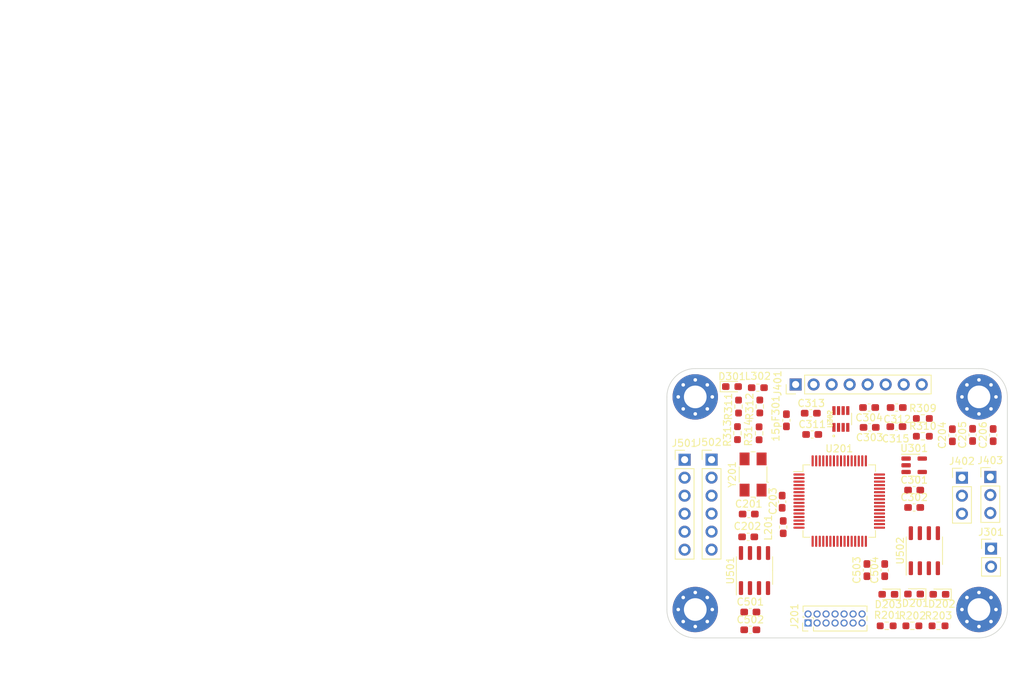
<source format=kicad_pcb>
(kicad_pcb (version 20221018) (generator pcbnew)
  (title_block (title "chat_project") (date "2023-09-28") (rev "1.0") (company "ENSEA"))
  (layers (0 "F.Cu" signal) (1 "In1.Cu" signal) (2 "In2.Cu" signal) (31 "B.Cu" signal) (34 "B.Paste" user) (35 "F.Paste" user) (36 "B.SilkS" user "B.Silkscreen") (37 "F.SilkS" user "F.Silkscreen") (38 "B.Mask" user) (39 "F.Mask" user) (44 "Edge.Cuts" user))
  (net 0 "")
  (net 1 "+5V")
  (net 2 "Net-(15pF301-Pad2)")
  (net 3 "GND")
  (net 4 "Net-(U201-PF0-OSC_IN)")
  (net 5 "Net-(C202-Pad2)")
  (net 6 "NRST")
  (net 7 "+3.3V")
  (net 8 "VIN")
  (net 9 "Net-(D301-K)")
  (net 10 "Net-(U302-SW)")
  (net 11 "/Alimentation /VCC")
  (net 12 "+7.5V")
  (net 13 "Net-(D201-K)")
  (net 14 "chat_led")
  (net 15 "Net-(D202-K)")
  (net 16 "souris_led")
  (net 17 "Net-(D203-K)")
  (net 18 "led_de_débogage")
  (net 21 "SWDIO")
  (net 22 "SWCLK")
  (net 26 "VCP_TX")
  (net 27 "VCP_RX")
  (net 29 "Lidar_1")
  (net 30 "Lidar_2")
  (net 31 "Lidar_PWM")
  (net 32 "LIDAR_RX")
  (net 33 "LIDAR_TX")
  (net 34 "capt_bordure_1")
  (net 35 "capt_bordure_2")
  (net 36 "Motor1_sens1")
  (net 37 "Encod_A_M1")
  (net 38 "Encod_B_M1")
  (net 39 "Motor1_sens2")
  (net 40 "Motor2_sens1")
  (net 41 "Encod_A_M2")
  (net 42 "Encod_B_M2")
  (net 43 "Motor2_sens2")
  (net 44 "Net-(U201-PF1-OSC_OUT)")
  (net 45 "Net-(U302-PG)")
  (net 46 "Net-(U302-EN{slash}SYNC)")
  (net 47 "Net-(U302-BST)")
  (net 48 "Net-(U302-FB)")
  (net 60 "Driver2_REV")
  (net 61 "Driver2_FWD")
  (net 69 "Driver1_FWD")
  (net 70 "Driver1_REV")
  (footprint "Connector_PinHeader_2.54mm:PinHeader_1x02_P2.54mm_Vertical" (layer "F.Cu") (at 172.725 102.41)
    (fp_text reference "J301" (at 0 -2.33) (layer "F.SilkS"))
    (fp_text value "Conn_01x02")
    (pad "1" thru_hole rect (at 0 0) (size 1.7 1.7) (drill 1) (layers "*.Cu" "*.Mask") (net 12 "+7.5V"))
    (pad "2" thru_hole oval (at 0 2.54) (size 1.7 1.7) (drill 1) (layers "*.Cu" "*.Mask") (net 3 "GND"))
  )
  (footprint "Capacitor_SMD:C_0603_1608Metric_Pad1.08x0.95mm_HandSolder" (layer "F.Cu") (at 170.125 86.3625 90)
    (fp_text reference "C205" (at 0 -1.43 90) (layer "F.SilkS"))
    (fp_text value "100nF")
    (pad "1" smd roundrect (at -0.8625 0 90) (size 1.075 0.95) (layers "F.Cu" "F.Paste" "F.Mask") (net 7 "+3.3V"))
    (pad "2" smd roundrect (at 0.8625 0 90) (size 1.075 0.95) (layers "F.Cu" "F.Paste" "F.Mask") (net 3 "GND"))
  )
  (footprint "Resistor_SMD:R_0603_1608Metric_Pad0.98x0.95mm_HandSolder" (layer "F.Cu") (at 158.0125 113.3)
    (fp_text reference "R201" (at 0.1375 -1.5) (layer "F.SilkS"))
    (fp_text value "1k")
    (pad "1" smd roundrect (at -0.9125 0) (size 0.975 0.95) (layers "F.Cu" "F.Paste" "F.Mask") (net 13 "Net-(D201-K)"))
    (pad "2" smd roundrect (at 0.9125 0) (size 0.975 0.95) (layers "F.Cu" "F.Paste" "F.Mask") (net 3 "GND"))
  )
  (footprint "Capacitor_SMD:C_0603_1608Metric_Pad1.08x0.95mm_HandSolder" (layer "F.Cu") (at 138.5625 97.53)
    (fp_text reference "C201" (at 0 -1.43) (layer "F.SilkS"))
    (fp_text value "10pF")
    (pad "1" smd roundrect (at -0.8625 0) (size 1.075 0.95) (layers "F.Cu" "F.Paste" "F.Mask") (net 3 "GND"))
    (pad "2" smd roundrect (at 0.8625 0) (size 1.075 0.95) (layers "F.Cu" "F.Paste" "F.Mask") (net 4 "Net-(U201-PF0-OSC_IN)"))
  )
  (footprint "Capacitor_SMD:C_0603_1608Metric_Pad1.08x0.95mm_HandSolder" (layer "F.Cu") (at 147.3125 83.3)
    (fp_text reference "C313" (at 0.0625 -1.4) (layer "F.SilkS"))
    (fp_text value "22uF")
    (pad "1" smd roundrect (at -0.8625 0) (size 1.075 0.95) (layers "F.Cu" "F.Paste" "F.Mask") (net 1 "+5V"))
    (pad "2" smd roundrect (at 0.8625 0) (size 1.075 0.95) (layers "F.Cu" "F.Paste" "F.Mask") (net 3 "GND"))
  )
  (footprint "Capacitor_SMD:C_0603_1608Metric_Pad1.08x0.95mm_HandSolder" (layer "F.Cu") (at 143.875 84.3 90)
    (fp_text reference "15pF301" (at 0.2725 -1.5 90) (layer "F.SilkS"))
    (fp_text value "C_Small")
    (pad "1" smd roundrect (at -0.8625 0 90) (size 1.075 0.95) (layers "F.Cu" "F.Paste" "F.Mask") (net 1 "+5V"))
    (pad "2" smd roundrect (at 0.8625 0 90) (size 1.075 0.95) (layers "F.Cu" "F.Paste" "F.Mask") (net 2 "Net-(15pF301-Pad2)"))
  )
  (footprint "Capacitor_SMD:C_0603_1608Metric_Pad1.08x0.95mm_HandSolder" (layer "F.Cu") (at 159.3875 85.2)
    (fp_text reference "C315" (at -0.1125 1.7) (layer "F.SilkS"))
    (fp_text value "0.1uF")
    (pad "1" smd roundrect (at -0.8625 0) (size 1.075 0.95) (layers "F.Cu" "F.Paste" "F.Mask") (net 11 "/Alimentation /VCC"))
    (pad "2" smd roundrect (at 0.8625 0) (size 1.075 0.95) (layers "F.Cu" "F.Paste" "F.Mask") (net 3 "GND"))
  )
  (footprint "Resistor_SMD:R_0603_1608Metric_Pad0.98x0.95mm_HandSolder" (layer "F.Cu") (at 165.325 113.3)
    (fp_text reference "R203" (at 0 -1.43) (layer "F.SilkS"))
    (fp_text value "1k")
    (pad "1" smd roundrect (at -0.9125 0) (size 0.975 0.95) (layers "F.Cu" "F.Paste" "F.Mask") (net 17 "Net-(D203-K)"))
    (pad "2" smd roundrect (at 0.9125 0) (size 0.975 0.95) (layers "F.Cu" "F.Paste" "F.Mask") (net 3 "GND"))
  )
  (footprint "MountingHole:MountingHole_3.2mm_M3_Pad_Via" (layer "F.Cu") (at 171.025 81)
    (fp_text reference "H102" hide)
    (fp_text value "MountingHole_Pad" hide)
    (pad "1" thru_hole circle (at -2.4 0) (size 0.8 0.8) (drill 0.5) (layers "*.Cu" "*.Mask") (net 3 "GND"))
    (pad "1" thru_hole circle (at -1.697056 -1.697056) (size 0.8 0.8) (drill 0.5) (layers "*.Cu" "*.Mask") (net 3 "GND"))
    (pad "1" thru_hole circle (at -1.697056 1.697056) (size 0.8 0.8) (drill 0.5) (layers "*.Cu" "*.Mask") (net 3 "GND"))
    (pad "1" thru_hole circle (at 0 -2.4) (size 0.8 0.8) (drill 0.5) (layers "*.Cu" "*.Mask") (net 3 "GND"))
    (pad "1" thru_hole circle (at 0 0) (size 6.4 6.4) (drill 3.2) (layers "*.Cu" "*.Mask") (net 3 "GND"))
    (pad "1" thru_hole circle (at 0 2.4) (size 0.8 0.8) (drill 0.5) (layers "*.Cu" "*.Mask") (net 3 "GND"))
    (pad "1" thru_hole circle (at 1.697056 -1.697056) (size 0.8 0.8) (drill 0.5) (layers "*.Cu" "*.Mask") (net 3 "GND"))
    (pad "1" thru_hole circle (at 1.697056 1.697056) (size 0.8 0.8) (drill 0.5) (layers "*.Cu" "*.Mask") (net 3 "GND"))
    (pad "1" thru_hole circle (at 2.4 0) (size 0.8 0.8) (drill 0.5) (layers "*.Cu" "*.Mask") (net 3 "GND"))
  )
  (footprint "Connector_PinHeader_2.54mm:PinHeader_1x06_P2.54mm_Vertical" (layer "F.Cu") (at 133.325 89.85)
    (fp_text reference "J502" (at -0.4 -2.45) (layer "F.SilkS"))
    (fp_text value "Conn_01x06")
    (pad "1" thru_hole rect (at 0 0) (size 1.7 1.7) (drill 1) (layers "*.Cu" "*.Mask") (net 40 "Motor2_sens1"))
    (pad "2" thru_hole oval (at 0 2.54) (size 1.7 1.7) (drill 1) (layers "*.Cu" "*.Mask") (net 7 "+3.3V"))
    (pad "3" thru_hole oval (at 0 5.08) (size 1.7 1.7) (drill 1) (layers "*.Cu" "*.Mask") (net 41 "Encod_A_M2"))
    (pad "4" thru_hole oval (at 0 7.62) (size 1.7 1.7) (drill 1) (layers "*.Cu" "*.Mask") (net 42 "Encod_B_M2"))
    (pad "5" thru_hole oval (at 0 10.16) (size 1.7 1.7) (drill 1) (layers "*.Cu" "*.Mask") (net 7 "+3.3V"))
    (pad "6" thru_hole oval (at 0 12.7) (size 1.7 1.7) (drill 1) (layers "*.Cu" "*.Mask") (net 43 "Motor2_sens2"))
  )
  (footprint "Capacitor_SMD:C_0603_1608Metric_Pad1.08x0.95mm_HandSolder" (layer "F.Cu") (at 155.225 105.4375 90)
    (fp_text reference "C503" (at 0 -1.43 90) (layer "F.SilkS"))
    (fp_text value "1µF")
    (pad "1" smd roundrect (at -0.8625 0 90) (size 1.075 0.95) (layers "F.Cu" "F.Paste" "F.Mask") (net 12 "+7.5V"))
    (pad "2" smd roundrect (at 0.8625 0 90) (size 1.075 0.95) (layers "F.Cu" "F.Paste" "F.Mask") (net 3 "GND"))
  )
  (footprint "Inductor_SMD:L_0603_1608Metric_Pad1.05x0.95mm_HandSolder" (layer "F.Cu") (at 143.425 99.375 90)
    (fp_text reference "L201" (at -0.075 -2.1 90) (layer "F.SilkS"))
    (fp_text value "10R")
    (pad "1" smd roundrect (at -0.875 0 90) (size 1.05 0.95) (layers "F.Cu" "F.Paste" "F.Mask") (net 5 "Net-(C202-Pad2)"))
    (pad "2" smd roundrect (at 0.875 0 90) (size 1.05 0.95) (layers "F.Cu" "F.Paste" "F.Mask") (net 44 "Net-(U201-PF1-OSC_OUT)"))
  )
  (footprint "LED_SMD:LED_0603_1608Metric_Pad1.05x0.95mm_HandSolder" (layer "F.Cu") (at 161.88 108.8125 180)
    (fp_text reference "D201" (at -0.2 -1.305) (layer "F.SilkS"))
    (fp_text value "LED")
    (pad "1" smd roundrect (at -0.875 0 180) (size 1.05 0.95) (layers "F.Cu" "F.Paste" "F.Mask") (net 13 "Net-(D201-K)"))
    (pad "2" smd roundrect (at 0.875 0 180) (size 1.05 0.95) (layers "F.Cu" "F.Paste" "F.Mask") (net 14 "chat_led"))
  )
  (footprint "Capacitor_SMD:C_0603_1608Metric_Pad1.08x0.95mm_HandSolder" (layer "F.Cu") (at 167.275 86.4125 90)
    (fp_text reference "C204" (at 0 -1.43 90) (layer "F.SilkS"))
    (fp_text value "100nF")
    (pad "1" smd roundrect (at -0.8625 0 90) (size 1.075 0.95) (layers "F.Cu" "F.Paste" "F.Mask") (net 7 "+3.3V"))
    (pad "2" smd roundrect (at 0.8625 0 90) (size 1.075 0.95) (layers "F.Cu" "F.Paste" "F.Mask") (net 3 "GND"))
  )
  (footprint "LED_SMD:LED_0603_1608Metric_Pad1.05x0.95mm_HandSolder" (layer "F.Cu") (at 158.25 108.85 180)
    (fp_text reference "D203" (at 0 -1.43) (layer "F.SilkS"))
    (fp_text value "RED")
    (pad "1" smd roundrect (at -0.875 0 180) (size 1.05 0.95) (layers "F.Cu" "F.Paste" "F.Mask") (net 17 "Net-(D203-K)"))
    (pad "2" smd roundrect (at 0.875 0 180) (size 1.05 0.95) (layers "F.Cu" "F.Paste" "F.Mask") (net 18 "led_de_débogage"))
  )
  (footprint "MountingHole:MountingHole_3.2mm_M3_Pad_Via" (layer "F.Cu") (at 171.025 111)
    (fp_text reference "H104" hide)
    (fp_text value "MountingHole_Pad" hide)
    (pad "1" thru_hole circle (at -2.4 0) (size 0.8 0.8) (drill 0.5) (layers "*.Cu" "*.Mask") (net 3 "GND"))
    (pad "1" thru_hole circle (at -1.697056 -1.697056) (size 0.8 0.8) (drill 0.5) (layers "*.Cu" "*.Mask") (net 3 "GND"))
    (pad "1" thru_hole circle (at -1.697056 1.697056) (size 0.8 0.8) (drill 0.5) (layers "*.Cu" "*.Mask") (net 3 "GND"))
    (pad "1" thru_hole circle (at 0 -2.4) (size 0.8 0.8) (drill 0.5) (layers "*.Cu" "*.Mask") (net 3 "GND"))
    (pad "1" thru_hole circle (at 0 0) (size 6.4 6.4) (drill 3.2) (layers "*.Cu" "*.Mask") (net 3 "GND"))
    (pad "1" thru_hole circle (at 0 2.4) (size 0.8 0.8) (drill 0.5) (layers "*.Cu" "*.Mask") (net 3 "GND"))
    (pad "1" thru_hole circle (at 1.697056 -1.697056) (size 0.8 0.8) (drill 0.5) (layers "*.Cu" "*.Mask") (net 3 "GND"))
    (pad "1" thru_hole circle (at 1.697056 1.697056) (size 0.8 0.8) (drill 0.5) (layers "*.Cu" "*.Mask") (net 3 "GND"))
    (pad "1" thru_hole circle (at 2.4 0) (size 0.8 0.8) (drill 0.5) (layers "*.Cu" "*.Mask") (net 3 "GND"))
  )
  (footprint "Diode_SMD:D_0603_1608Metric_Pad1.05x0.95mm_HandSolder" (layer "F.Cu") (at 136.2 79.55)
    (fp_text reference "D301" (at 0 -1.43) (layer "F.SilkS"))
    (fp_text value "D")
    (pad "1" smd roundrect (at -0.875 0) (size 1.05 0.95) (layers "F.Cu" "F.Paste" "F.Mask") (net 9 "Net-(D301-K)"))
    (pad "2" smd roundrect (at 0.875 0) (size 1.05 0.95) (layers "F.Cu" "F.Paste" "F.Mask") (net 11 "/Alimentation /VCC"))
  )
  (footprint "Connector_PinHeader_2.54mm:PinHeader_1x03_P2.54mm_Vertical" (layer "F.Cu") (at 168.625 92.4)
    (fp_text reference "J402" (at 0 -2.33) (layer "F.SilkS"))
    (fp_text value "Conn_01x03")
    (pad "1" thru_hole rect (at 0 0) (size 1.7 1.7) (drill 1) (layers "*.Cu" "*.Mask") (net 7 "+3.3V"))
    (pad "2" thru_hole oval (at 0 2.54) (size 1.7 1.7) (drill 1) (layers "*.Cu" "*.Mask") (net 34 "capt_bordure_1"))
    (pad "3" thru_hole oval (at 0 5.08) (size 1.7 1.7) (drill 1) (layers "*.Cu" "*.Mask") (net 3 "GND"))
  )
  (footprint "Capacitor_SMD:C_0603_1608Metric_Pad1.08x0.95mm_HandSolder" (layer "F.Cu") (at 161.8875 96.6)
    (fp_text reference "C302" (at 0 -1.43) (layer "F.SilkS"))
    (fp_text value "1uF")
    (pad "1" smd roundrect (at -0.8625 0) (size 1.075 0.95) (layers "F.Cu" "F.Paste" "F.Mask") (net 7 "+3.3V"))
    (pad "2" smd roundrect (at 0.8625 0) (size 1.075 0.95) (layers "F.Cu" "F.Paste" "F.Mask") (net 3 "GND"))
  )
  (footprint "Package_SO:SOIC-8_3.9x4.9mm_P1.27mm" (layer "F.Cu") (at 139.375 105.5 90)
    (fp_text reference "U501" (at 0 -3.4 90) (layer "F.SilkS"))
    (fp_text value "ZXBM5210-S")
    (pad "1" smd roundrect (at -2.475 -1.905 90) (size 1.95 0.6) (layers "F.Cu" "F.Paste" "F.Mask") (net 36 "Motor1_sens1"))
    (pad "2" smd roundrect (at -2.475 -0.635 90) (size 1.95 0.6) (layers "F.Cu" "F.Paste" "F.Mask") (net 12 "+7.5V"))
    (pad "3" smd roundrect (at -2.475 0.635 90) (size 1.95 0.6) (layers "F.Cu" "F.Paste" "F.Mask") (net 12 "+7.5V"))
    (pad "4" smd roundrect (at -2.475 1.905 90) (size 1.95 0.6) (layers "F.Cu" "F.Paste" "F.Mask") (net 69 "Driver1_FWD"))
    (pad "5" smd roundrect (at 2.475 1.905 90) (size 1.95 0.6) (layers "F.Cu" "F.Paste" "F.Mask") (net 70 "Driver1_REV"))
    (pad "6" smd roundrect (at 2.475 0.635 90) (size 1.95 0.6) (layers "F.Cu" "F.Paste" "F.Mask") (net 12 "+7.5V"))
    (pad "7" smd roundrect (at 2.475 -0.635 90) (size 1.95 0.6) (layers "F.Cu" "F.Paste" "F.Mask") (net 39 "Motor1_sens2"))
    (pad "8" smd roundrect (at 2.475 -1.905 90) (size 1.95 0.6) (layers "F.Cu" "F.Paste" "F.Mask") (net 3 "GND"))
  )
  (footprint "Package_TO_SOT_SMD:SOT-23-5" (layer "F.Cu") (at 161.8875 90.65)
    (fp_text reference "U301" (at 0 -2.4) (layer "F.SilkS"))
    (fp_text value "MCP1802x-xx02xOT")
    (pad "1" smd roundrect (at -1.1375 -0.95) (size 1.325 0.6) (layers "F.Cu" "F.Paste" "F.Mask") (net 1 "+5V"))
    (pad "2" smd roundrect (at -1.1375 0) (size 1.325 0.6) (layers "F.Cu" "F.Paste" "F.Mask") (net 3 "GND"))
    (pad "3" smd roundrect (at -1.1375 0.95) (size 1.325 0.6) (layers "F.Cu" "F.Paste" "F.Mask") (net 1 "+5V"))
    (pad "4" smd roundrect (at 1.1375 0.95) (size 1.325 0.6) (layers "F.Cu" "F.Paste" "F.Mask"))
    (pad "5" smd roundrect (at 1.1375 -0.95) (size 1.325 0.6) (layers "F.Cu" "F.Paste" "F.Mask") (net 7 "+3.3V"))
  )
  (footprint "Connector_PinHeader_2.54mm:PinHeader_1x03_P2.54mm_Vertical" (layer "F.Cu") (at 172.625 92.3)
    (fp_text reference "J403" (at 0 -2.33) (layer "F.SilkS"))
    (fp_text value "Conn_01x03")
    (pad "1" thru_hole rect (at 0 0) (size 1.7 1.7) (drill 1) (layers "*.Cu" "*.Mask") (net 7 "+3.3V"))
    (pad "2" thru_hole oval (at 0 2.54) (size 1.7 1.7) (drill 1) (layers "*.Cu" "*.Mask") (net 35 "capt_bordure_2"))
    (pad "3" thru_hole oval (at 0 5.08) (size 1.7 1.7) (drill 1) (layers "*.Cu" "*.Mask") (net 3 "GND"))
  )
  (footprint "MountingHole:MountingHole_3.2mm_M3_Pad_Via" (layer "F.Cu") (at 131.025 81)
    (fp_text reference "H101" hide)
    (fp_text value "MountingHole_Pad" hide)
    (pad "1" thru_hole circle (at -2.4 0) (size 0.8 0.8) (drill 0.5) (layers "*.Cu" "*.Mask") (net 3 "GND"))
    (pad "1" thru_hole circle (at -1.697056 -1.697056) (size 0.8 0.8) (drill 0.5) (layers "*.Cu" "*.Mask") (net 3 "GND"))
    (pad "1" thru_hole circle (at -1.697056 1.697056) (size 0.8 0.8) (drill 0.5) (layers "*.Cu" "*.Mask") (net 3 "GND"))
    (pad "1" thru_hole circle (at 0 -2.4) (size 0.8 0.8) (drill 0.5) (layers "*.Cu" "*.Mask") (net 3 "GND"))
    (pad "1" thru_hole circle (at 0 0) (size 6.4 6.4) (drill 3.2) (layers "*.Cu" "*.Mask") (net 3 "GND"))
    (pad "1" thru_hole circle (at 0 2.4) (size 0.8 0.8) (drill 0.5) (layers "*.Cu" "*.Mask") (net 3 "GND"))
    (pad "1" thru_hole circle (at 1.697056 -1.697056) (size 0.8 0.8) (drill 0.5) (layers "*.Cu" "*.Mask") (net 3 "GND"))
    (pad "1" thru_hole circle (at 1.697056 1.697056) (size 0.8 0.8) (drill 0.5) (layers "*.Cu" "*.Mask") (net 3 "GND"))
    (pad "1" thru_hole circle (at 2.4 0) (size 0.8 0.8) (drill 0.5) (layers "*.Cu" "*.Mask") (net 3 "GND"))
  )
  (footprint "Regulateur:SOT65P280X100-8N" (layer "F.Cu") (at 151.55 84.115 90)
    (fp_text reference "U302" (at 0 -1.52 90) (layer "F.SilkS") (effects (font (size 0.64 0.64))))
    (fp_text value "~")
    (pad "1" smd roundrect (at -1.185 -0.975 90) (size 1.24 0.46) (layers "F.Cu" "F.Paste" "F.Mask") (roundrect_rratio 0.12) (net 45 "Net-(U302-PG)"))
    (pad "2" smd roundrect (at -1.185 -0.325 90) (size 1.24 0.46) (layers "F.Cu" "F.Paste" "F.Mask") (roundrect_rratio 0.12) (net 8 "VIN"))
    (pad "3" smd roundrect (at -1.185 0.325 90) (size 1.24 0.46) (layers "F.Cu" "F.Paste" "F.Mask") (roundrect_rratio 0.12) (net 10 "Net-(U302-SW)"))
    (pad "4" smd roundrect (at -1.185 0.975 90) (size 1.24 0.46) (layers "F.Cu" "F.Paste" "F.Mask") (roundrect_rratio 0.12) (net 3 "GND"))
    (pad "5" smd roundrect (at 1.185 0.975 270) (size 1.24 0.46) (layers "F.Cu" "F.Paste" "F.Mask") (roundrect_rratio 0.12) (net 47 "Net-(U302-BST)"))
    (pad "6" smd roundrect (at 1.185 0.325 270) (size 1.24 0.46) (layers "F.Cu" "F.Paste" "F.Mask") (roundrect_rratio 0.12) (net 46 "Net-(U302-EN{slash}SYNC)"))
    (pad "7" smd roundrect (at 1.185 -0.325 270) (size 1.24 0.46) (layers "F.Cu" "F.Paste" "F.Mask") (roundrect_rratio 0.12) (net 11 "/Alimentation /VCC"))
    (pad "8" smd roundrect (at 1.185 -0.975 270) (size 1.24 0.46) (layers "F.Cu" "F.Paste" "F.Mask") (roundrect_rratio 0.12) (net 48 "Net-(U302-FB)"))
  )
  (footprint "Connector_PinHeader_2.54mm:PinHeader_1x06_P2.54mm_Vertical" (layer "F.Cu") (at 129.525 89.86)
    (fp_text reference "J501" (at 0 -2.33) (layer "F.SilkS"))
    (fp_text value "Conn_01x06")
    (pad "1" thru_hole rect (at 0 0) (size 1.7 1.7) (drill 1) (layers "*.Cu" "*.Mask") (net 36 "Motor1_sens1"))
    (pad "2" thru_hole oval (at 0 2.54) (size 1.7 1.7) (drill 1) (layers "*.Cu" "*.Mask") (net 7 "+3.3V"))
    (pad "3" thru_hole oval (at 0 5.08) (size 1.7 1.7) (drill 1) (layers "*.Cu" "*.Mask") (net 37 "Encod_A_M1"))
    (pad "4" thru_hole oval (at 0 7.62) (size 1.7 1.7) (drill 1) (layers "*.Cu" "*.Mask") (net 38 "Encod_B_M1"))
    (pad "5" thru_hole oval (at 0 10.16) (size 1.7 1.7) (drill 1) (layers "*.Cu" "*.Mask") (net 7 "+3.3V"))
    (pad "6" thru_hole oval (at 0 12.7) (size 1.7 1.7) (drill 1) (layers "*.Cu" "*.Mask") (net 39 "Motor1_sens2"))
  )
  (footprint "Capacitor_SMD:C_0603_1608Metric_Pad1.08x0.95mm_HandSolder" (layer "F.Cu") (at 161.8875 94.15)
    (fp_text reference "C301" (at 0 -1.43) (layer "F.SilkS"))
    (fp_text value "1uF")
    (pad "1" smd roundrect (at -0.8625 0) (size 1.075 0.95) (layers "F.Cu" "F.Paste" "F.Mask") (net 1 "+5V"))
    (pad "2" smd roundrect (at 0.8625 0) (size 1.075 0.95) (layers "F.Cu" "F.Paste" "F.Mask") (net 3 "GND"))
  )
  (footprint "Resistor_SMD:R_0603_1608Metric_Pad0.98x0.95mm_HandSolder" (layer "F.Cu") (at 163.1125 84.04)
    (fp_text reference "R309" (at 0 -1.43) (layer "F.SilkS"))
    (fp_text value "100k")
    (pad "1" smd roundrect (at -0.9125 0) (size 0.975 0.95) (layers "F.Cu" "F.Paste" "F.Mask") (net 11 "/Alimentation /VCC"))
    (pad "2" smd roundrect (at 0.9125 0) (size 0.975 0.95) (layers "F.Cu" "F.Paste" "F.Mask") (net 45 "Net-(U302-PG)"))
  )
  (footprint "Capacitor_SMD:C_0603_1608Metric_Pad1.08x0.95mm_HandSolder" (layer "F.Cu") (at 155.6125 85.3 180)
    (fp_text reference "C303" (at 0 -1.43) (layer "F.SilkS"))
    (fp_text value "0.1uF")
    (pad "1" smd roundrect (at -0.8625 0 180) (size 1.075 0.95) (layers "F.Cu" "F.Paste" "F.Mask") (net 3 "GND"))
    (pad "2" smd roundrect (at 0.8625 0 180) (size 1.075 0.95) (layers "F.Cu" "F.Paste" "F.Mask") (net 8 "VIN"))
  )
  (footprint "Resistor_SMD:R_0603_1608Metric_Pad0.98x0.95mm_HandSolder" (layer "F.Cu") (at 136.975 86.1125 90)
    (fp_text reference "R313" (at 0 -1.43 90) (layer "F.SilkS"))
    (fp_text value "7.68k")
    (pad "1" smd roundrect (at -0.9125 0 90) (size 0.975 0.95) (layers "F.Cu" "F.Paste" "F.Mask") (net 3 "GND"))
    (pad "2" smd roundrect (at 0.9125 0 90) (size 0.975 0.95) (layers "F.Cu" "F.Paste" "F.Mask") (net 2 "Net-(15pF301-Pad2)"))
  )
  (footprint "Capacitor_SMD:C_0603_1608Metric_Pad1.08x0.95mm_HandSolder" (layer "F.Cu") (at 173.025 86.3875 90)
    (fp_text reference "C206" (at 0 -1.43 90) (layer "F.SilkS"))
    (fp_text value "4.7uF")
    (pad "1" smd roundrect (at -0.8625 0 90) (size 1.075 0.95) (layers "F.Cu" "F.Paste" "F.Mask") (net 7 "+3.3V"))
    (pad "2" smd roundrect (at 0.8625 0 90) (size 1.075 0.95) (layers "F.Cu" "F.Paste" "F.Mask") (net 3 "GND"))
  )
  (footprint "Capacitor_SMD:C_0603_1608Metric_Pad1.08x0.95mm_HandSolder" (layer "F.Cu") (at 155.5375 82.5 180)
    (fp_text reference "C304" (at 0 -1.43) (layer "F.SilkS"))
    (fp_text value "22uF")
    (pad "1" smd roundrect (at -0.8625 0 180) (size 1.075 0.95) (layers "F.Cu" "F.Paste" "F.Mask") (net 3 "GND"))
    (pad "2" smd roundrect (at 0.8625 0 180) (size 1.075 0.95) (layers "F.Cu" "F.Paste" "F.Mask") (net 8 "VIN"))
  )
  (footprint "Capacitor_SMD:C_0603_1608Metric_Pad1.08x0.95mm_HandSolder" (layer "F.Cu") (at 138.7875 111.35)
    (fp_text reference "C501" (at 0 -1.43) (layer "F.SilkS"))
    (fp_text value "1µF")
    (pad "1" smd roundrect (at -0.8625 0) (size 1.075 0.95) (layers "F.Cu" "F.Paste" "F.Mask") (net 12 "+7.5V"))
    (pad "2" smd roundrect (at 0.8625 0) (size 1.075 0.95) (layers "F.Cu" "F.Paste" "F.Mask") (net 3 "GND"))
  )
  (footprint "Capacitor_SMD:C_0603_1608Metric_Pad1.08x0.95mm_HandSolder" (layer "F.Cu") (at 143.275 95.7875 90)
    (fp_text reference "C203" (at 0.075 -1.3 90) (layer "F.SilkS"))
    (fp_text value "1uF")
    (pad "1" smd roundrect (at -0.8625 0 90) (size 1.075 0.95) (layers "F.Cu" "F.Paste" "F.Mask") (net 6 "NRST"))
    (pad "2" smd roundrect (at 0.8625 0 90) (size 1.075 0.95) (layers "F.Cu" "F.Paste" "F.Mask") (net 3 "GND"))
  )
  (footprint "Crystal:Crystal_SMD_0603-4Pin_6.0x3.5mm" (layer "F.Cu") (at 139.175 91.95 90)
    (fp_text reference "Y201" (at 0 -2.95 90) (layer "F.SilkS"))
    (fp_text value "16MHz")
    (pad "1" smd rect (at -2.2 1.2 90) (size 1.8 1.4) (layers "F.Cu" "F.Paste" "F.Mask") (net 4 "Net-(U201-PF0-OSC_IN)"))
    (pad "2" smd rect (at 2.2 1.2 90) (size 1.8 1.4) (layers "F.Cu" "F.Paste" "F.Mask") (net 3 "GND"))
    (pad "3" smd rect (at 2.2 -1.2 90) (size 1.8 1.4) (layers "F.Cu" "F.Paste" "F.Mask") (net 5 "Net-(C202-Pad2)"))
    (pad "4" smd rect (at -2.2 -1.2 90) (size 1.8 1.4) (layers "F.Cu" "F.Paste" "F.Mask") (net 3 "GND"))
  )
  (footprint "Capacitor_SMD:C_0603_1608Metric_Pad1.08x0.95mm_HandSolder" (layer "F.Cu") (at 138.4875 100.75)
    (fp_text reference "C202" (at -0.1125 -1.5) (layer "F.SilkS"))
    (fp_text value "10pF")
    (pad "1" smd roundrect (at -0.8625 0) (size 1.075 0.95) (layers "F.Cu" "F.Paste" "F.Mask") (net 3 "GND"))
    (pad "2" smd roundrect (at 0.8625 0) (size 1.075 0.95) (layers "F.Cu" "F.Paste" "F.Mask") (net 5 "Net-(C202-Pad2)"))
  )
  (footprint "Package_SO:SOIC-8_3.9x4.9mm_P1.27mm" (layer "F.Cu") (at 163.325 102.7 90)
    (fp_text reference "U502" (at 0 -3.4 90) (layer "F.SilkS"))
    (fp_text value "ZXBM5210-S")
    (pad "1" smd roundrect (at -2.475 -1.905 90) (size 1.95 0.6) (layers "F.Cu" "F.Paste" "F.Mask") (net 40 "Motor2_sens1"))
    (pad "2" smd roundrect (at -2.475 -0.635 90) (size 1.95 0.6) (layers "F.Cu" "F.Paste" "F.Mask") (net 12 "+7.5V"))
    (pad "3" smd roundrect (at -2.475 0.635 90) (size 1.95 0.6) (layers "F.Cu" "F.Paste" "F.Mask") (net 12 "+7.5V"))
    (pad "4" smd roundrect (at -2.475 1.905 90) (size 1.95 0.6) (layers "F.Cu" "F.Paste" "F.Mask") (net 61 "Driver2_FWD"))
    (pad "5" smd roundrect (at 2.475 1.905 90) (size 1.95 0.6) (layers "F.Cu" "F.Paste" "F.Mask") (net 60 "Driver2_REV"))
    (pad "6" smd roundrect (at 2.475 0.635 90) (size 1.95 0.6) (layers "F.Cu" "F.Paste" "F.Mask") (net 12 "+7.5V"))
    (pad "7" smd roundrect (at 2.475 -0.635 90) (size 1.95 0.6) (layers "F.Cu" "F.Paste" "F.Mask") (net 43 "Motor2_sens2"))
    (pad "8" smd roundrect (at 2.475 -1.905 90) (size 1.95 0.6) (layers "F.Cu" "F.Paste" "F.Mask") (net 3 "GND"))
  )
  (footprint "Capacitor_SMD:C_0603_1608Metric_Pad1.08x0.95mm_HandSolder" (layer "F.Cu") (at 138.7875 113.86)
    (fp_text reference "C502" (at 0 -1.43) (layer "F.SilkS"))
    (fp_text value "10µF")
    (pad "1" smd roundrect (at -0.8625 0) (size 1.075 0.95) (layers "F.Cu" "F.Paste" "F.Mask") (net 12 "+7.5V"))
    (pad "2" smd roundrect (at 0.8625 0) (size 1.075 0.95) (layers "F.Cu" "F.Paste" "F.Mask") (net 3 "GND"))
  )
  (footprint "Capacitor_SMD:C_0603_1608Metric_Pad1.08x0.95mm_HandSolder" (layer "F.Cu") (at 147.5125 86.3)
    (fp_text reference "C311" (at 0 -1.43) (layer "F.SilkS"))
    (fp_text value "0.1uF")
    (pad "1" smd roundrect (at -0.8625 0) (size 1.075 0.95) (layers "F.Cu" "F.Paste" "F.Mask") (net 9 "Net-(D301-K)"))
    (pad "2" smd roundrect (at 0.8625 0) (size 1.075 0.95) (layers "F.Cu" "F.Paste" "F.Mask") (net 10 "Net-(U302-SW)"))
  )
  (footprint "Capacitor_SMD:C_0603_1608Metric_Pad1.08x0.95mm_HandSolder" (layer "F.Cu") (at 159.425 82.5)
    (fp_text reference "C312" (at 0.0625 1.65) (layer "F.SilkS"))
    (fp_text value "22uF")
    (pad "1" smd roundrect (at -0.8625 0) (size 1.075 0.95) (layers "F.Cu" "F.Paste" "F.Mask") (net 1 "+5V"))
    (pad "2" smd roundrect (at 0.8625 0) (size 1.075 0.95) (layers "F.Cu" "F.Paste" "F.Mask") (net 3 "GND"))
  )
  (footprint "MountingHole:MountingHole_3.2mm_M3_Pad_Via" (layer "F.Cu") (at 131.025 111)
    (fp_text reference "H103" hide)
    (fp_text value "MountingHole_Pad" hide)
    (pad "1" thru_hole circle (at -2.4 0) (size 0.8 0.8) (drill 0.5) (layers "*.Cu" "*.Mask") (net 3 "GND"))
    (pad "1" thru_hole circle (at -1.697056 -1.697056) (size 0.8 0.8) (drill 0.5) (layers "*.Cu" "*.Mask") (net 3 "GND"))
    (pad "1" thru_hole circle (at -1.697056 1.697056) (size 0.8 0.8) (drill 0.5) (layers "*.Cu" "*.Mask") (net 3 "GND"))
    (pad "1" thru_hole circle (at 0 -2.4) (size 0.8 0.8) (drill 0.5) (layers "*.Cu" "*.Mask") (net 3 "GND"))
    (pad "1" thru_hole circle (at 0 0) (size 6.4 6.4) (drill 3.2) (layers "*.Cu" "*.Mask") (net 3 "GND"))
    (pad "1" thru_hole circle (at 0 2.4) (size 0.8 0.8) (drill 0.5) (layers "*.Cu" "*.Mask") (net 3 "GND"))
    (pad "1" thru_hole circle (at 1.697056 -1.697056) (size 0.8 0.8) (drill 0.5) (layers "*.Cu" "*.Mask") (net 3 "GND"))
    (pad "1" thru_hole circle (at 1.697056 1.697056) (size 0.8 0.8) (drill 0.5) (layers "*.Cu" "*.Mask") (net 3 "GND"))
    (pad "1" thru_hole circle (at 2.4 0) (size 0.8 0.8) (drill 0.5) (layers "*.Cu" "*.Mask") (net 3 "GND"))
  )
  (footprint "Capacitor_SMD:C_0603_1608Metric_Pad1.08x0.95mm_HandSolder" (layer "F.Cu") (at 157.735 105.4375 90)
    (fp_text reference "C504" (at 0 -1.43 90) (layer "F.SilkS"))
    (fp_text value "10µF")
    (pad "1" smd roundrect (at -0.8625 0 90) (size 1.075 0.95) (layers "F.Cu" "F.Paste" "F.Mask") (net 12 "+7.5V"))
    (pad "2" smd roundrect (at 0.8625 0 90) (size 1.075 0.95) (layers "F.Cu" "F.Paste" "F.Mask") (net 3 "GND"))
  )
  (footprint "Inductor_SMD:L_0603_1608Metric_Pad1.05x0.95mm_HandSolder" (layer "F.Cu") (at 139.85 79.7)
    (fp_text reference "L302" (at 0 -1.63) (layer "F.SilkS"))
    (fp_text value "4.7uH")
    (pad "1" smd roundrect (at -0.875 0) (size 1.05 0.95) (layers "F.Cu" "F.Paste" "F.Mask") (net 10 "Net-(U302-SW)"))
    (pad "2" smd roundrect (at 0.875 0) (size 1.05 0.95) (layers "F.Cu" "F.Paste" "F.Mask") (net 1 "+5V"))
  )
  (footprint "Connector_PinHeader_2.54mm:PinHeader_1x08_P2.54mm_Vertical" (layer "F.Cu") (at 145.175 79.25 90)
    (fp_text reference "J401" (at 0.175 -2.53 90) (layer "F.SilkS"))
    (fp_text value "Conn_01x08")
    (pad "1" thru_hole rect (at 0 0 90) (size 1.7 1.7) (drill 1) (layers "*.Cu" "*.Mask"))
    (pad "2" thru_hole oval (at 0 2.54 90) (size 1.7 1.7) (drill 1) (layers "*.Cu" "*.Mask") (net 29 "Lidar_1"))
    (pad "3" thru_hole oval (at 0 5.08 90) (size 1.7 1.7) (drill 1) (layers "*.Cu" "*.Mask") (net 30 "Lidar_2"))
    (pad "4" thru_hole oval (at 0 7.62 90) (size 1.7 1.7) (drill 1) (layers "*.Cu" "*.Mask") (net 31 "Lidar_PWM"))
    (pad "5" thru_hole oval (at 0 10.16 90) (size 1.7 1.7) (drill 1) (layers "*.Cu" "*.Mask") (net 3 "GND"))
    (pad "6" thru_hole oval (at 0 12.7 90) (size 1.7 1.7) (drill 1) (layers "*.Cu" "*.Mask") (net 32 "LIDAR_RX"))
    (pad "7" thru_hole oval (at 0 15.24 90) (size 1.7 1.7) (drill 1) (layers "*.Cu" "*.Mask") (net 33 "LIDAR_TX"))
    (pad "8" thru_hole oval (at 0 17.78 90) (size 1.7 1.7) (drill 1) (layers "*.Cu" "*.Mask") (net 1 "+5V"))
  )
  (footprint "Resistor_SMD:R_0603_1608Metric_Pad0.98x0.95mm_HandSolder" (layer "F.Cu") (at 140.025 86.1375 90)
    (fp_text reference "R314" (at 0.1 -1.5 90) (layer "F.SilkS"))
    (fp_text value "40.2k")
    (pad "1" smd roundrect (at -0.9125 0 90) (size 0.975 0.95) (layers "F.Cu" "F.Paste" "F.Mask") (net 1 "+5V"))
    (pad "2" smd roundrect (at 0.9125 0 90) (size 0.975 0.95) (layers "F.Cu" "F.Paste" "F.Mask") (net 2 "Net-(15pF301-Pad2)"))
  )
  (footprint "Package_QFP:LQFP-64_10x10mm_P0.5mm" (layer "F.Cu") (at 151.325 95.7)
    (fp_text reference "U201" (at 0 -7.4) (layer "F.SilkS"))
    (fp_text value "STM32G070RBT6")
    (pad "1" smd roundrect (at -5.675 -3.75) (size 1.55 0.3) (layers "F.Cu" "F.Paste" "F.Mask"))
    (pad "2" smd roundrect (at -5.675 -3.25) (size 1.55 0.3) (layers "F.Cu" "F.Paste" "F.Mask") (net 16 "souris_led"))
    (pad "3" smd roundrect (at -5.675 -2.75) (size 1.55 0.3) (layers "F.Cu" "F.Paste" "F.Mask") (net 14 "chat_led"))
    (pad "4" smd roundrect (at -5.675 -2.25) (size 1.55 0.3) (layers "F.Cu" "F.Paste" "F.Mask"))
    (pad "5" smd roundrect (at -5.675 -1.75) (size 1.55 0.3) (layers "F.Cu" "F.Paste" "F.Mask"))
    (pad "6" smd roundrect (at -5.675 -1.25) (size 1.55 0.3) (layers "F.Cu" "F.Paste" "F.Mask"))
    (pad "7" smd roundrect (at -5.675 -0.75) (size 1.55 0.3) (layers "F.Cu" "F.Paste" "F.Mask"))
    (pad "8" smd roundrect (at -5.675 -0.25) (size 1.55 0.3) (layers "F.Cu" "F.Paste" "F.Mask") (net 7 "+3.3V"))
    (pad "9" smd roundrect (at -5.675 0.25) (size 1.55 0.3) (layers "F.Cu" "F.Paste" "F.Mask") (net 3 "GND"))
    (pad "10" smd roundrect (at -5.675 0.75) (size 1.55 0.3) (layers "F.Cu" "F.Paste" "F.Mask") (net 4 "Net-(U201-PF0-OSC_IN)"))
    (pad "11" smd roundrect (at -5.675 1.25) (size 1.55 0.3) (layers "F.Cu" "F.Paste" "F.Mask") (net 44 "Net-(U201-PF1-OSC_OUT)"))
    (pad "12" smd roundrect (at -5.675 1.75) (size 1.55 0.3) (layers "F.Cu" "F.Paste" "F.Mask") (net 6 "NRST"))
    (pad "13" smd roundrect (at -5.675 2.25) (size 1.55 0.3) (layers "F.Cu" "F.Paste" "F.Mask"))
    (pad "14" smd roundrect (at -5.675 2.75) (size 1.55 0.3) (layers "F.Cu" "F.Paste" "F.Mask"))
    (pad "15" smd roundrect (at -5.675 3.25) (size 1.55 0.3) (layers "F.Cu" "F.Paste" "F.Mask"))
    (pad "16" smd roundrect (at -5.675 3.75) (size 1.55 0.3) (layers "F.Cu" "F.Paste" "F.Mask"))
    (pad "17" smd roundrect (at -3.75 5.675) (size 0.3 1.55) (layers "F.Cu" "F.Paste" "F.Mask") (net 34 "capt_bordure_1"))
    (pad "18" smd roundrect (at -3.25 5.675) (size 0.3 1.55) (layers "F.Cu" "F.Paste" "F.Mask") (net 35 "capt_bordure_2"))
    (pad "19" smd roundrect (at -2.75 5.675) (size 0.3 1.55) (layers "F.Cu" "F.Paste" "F.Mask") (net 33 "LIDAR_TX"))
    (pad "20" smd roundrect (at -2.25 5.675) (size 0.3 1.55) (layers "F.Cu" "F.Paste" "F.Mask") (net 32 "LIDAR_RX"))
    (pad "21" smd roundrect (at -1.75 5.675) (size 0.3 1.55) (layers "F.Cu" "F.Paste" "F.Mask"))
    (pad "22" smd roundrect (at -1.25 5.675) (size 0.3 1.55) (layers "F.Cu" "F.Paste" "F.Mask"))
    (pad "23" smd roundrect (at -0.75 5.675) (size 0.3 1.55) (layers "F.Cu" "F.Paste" "F.Mask") (net 60 "Driver2_REV"))
    (pad "24" smd roundrect (at -0.25 5.675) (size 0.3 1.55) (layers "F.Cu" "F.Paste" "F.Mask") (net 61 "Driver2_FWD"))
    (pad "25" smd roundrect (at 0.25 5.675) (size 0.3 1.55) (layers "F.Cu" "F.Paste" "F.Mask") (net 26 "VCP_TX"))
    (pad "26" smd roundrect (at 0.75 5.675) (size 0.3 1.55) (layers "F.Cu" "F.Paste" "F.Mask") (net 27 "VCP_RX"))
    (pad "27" smd roundrect (at 1.25 5.675) (size 0.3 1.55) (layers "F.Cu" "F.Paste" "F.Mask") (net 41 "Encod_A_M2"))
    (pad "28" smd roundrect (at 1.75 5.675) (size 0.3 1.55) (layers "F.Cu" "F.Paste" "F.Mask") (net 42 "Encod_B_M2"))
    (pad "29" smd roundrect (at 2.25 5.675) (size 0.3 1.55) (layers "F.Cu" "F.Paste" "F.Mask"))
    (pad "30" smd roundrect (at 2.75 5.675) (size 0.3 1.55) (layers "F.Cu" "F.Paste" "F.Mask"))
    (pad "31" smd roundrect (at 3.25 5.675) (size 0.3 1.55) (layers "F.Cu" "F.Paste" "F.Mask"))
    (pad "32" smd roundrect (at 3.75 5.675) (size 0.3 1.55) (layers "F.Cu" "F.Paste" "F.Mask"))
    (pad "33" smd roundrect (at 5.675 3.75) (size 1.55 0.3) (layers "F.Cu" "F.Paste" "F.Mask"))
    (pad "34" smd roundrect (at 5.675 3.25) (size 1.55 0.3) (layers "F.Cu" "F.Paste" "F.Mask"))
    (pad "35" smd roundrect (at 5.675 2.75) (size 1.55 0.3) (layers "F.Cu" "F.Paste" "F.Mask"))
    (pad "36" smd roundrect (at 5.675 2.25) (size 1.55 0.3) (layers "F.Cu" "F.Paste" "F.Mask") (net 69 "Driver1_FWD"))
    (pad "37" smd roundrect (at 5.675 1.75) (size 1.55 0.3) (layers "F.Cu" "F.Paste" "F.Mask") (net 70 "Driver1_REV"))
    (pad "38" smd roundrect (at 5.675 1.25) (size 1.55 0.3) (layers "F.Cu" "F.Paste" "F.Mask"))
    (pad "39" smd roundrect (at 5.675 0.75) (size 1.55 0.3) (layers "F.Cu" "F.Paste" "F.Mask"))
    (pad "40" smd roundrect (at 5.675 0.25) (size 1.55 0.3) (layers "F.Cu" "F.Paste" "F.Mask"))
    (pad "41" smd roundrect (at 5.675 -0.25) (size 1.55 0.3) (layers "F.Cu" "F.Paste" "F.Mask") (net 18 "led_de_débogage"))
    (pad "42" smd roundrect (at 5.675 -0.75) (size 1.55 0.3) (layers "F.Cu" "F.Paste" "F.Mask") (net 37 "Encod_A_M1"))
    (pad "43" smd roundrect (at 5.675 -1.25) (size 1.55 0.3) (layers "F.Cu" "F.Paste" "F.Mask") (net 38 "Encod_B_M1"))
    (pad "44" smd roundrect (at 5.675 -1.75) (size 1.55 0.3) (layers "F.Cu" "F.Paste" "F.Mask"))
    (pad "45" smd roundrect (at 5.675 -2.25) (size 1.55 0.3) (layers "F.Cu" "F.Paste" "F.Mask") (net 21 "SWDIO"))
    (pad "46" smd roundrect (at 5.675 -2.75) (size 1.55 0.3) (layers "F.Cu" "F.Paste" "F.Mask") (net 22 "SWCLK"))
    (pad "47" smd roundrect (at 5.675 -3.25) (size 1.55 0.3) (layers "F.Cu" "F.Paste" "F.Mask"))
    (pad "48" smd roundrect (at 5.675 -3.75) (size 1.55 0.3) (layers "F.Cu" "F.Paste" "F.Mask"))
    (pad "49" smd roundrect (at 3.75 -5.675) (size 0.3 1.55) (layers "F.Cu" "F.Paste" "F.Mask"))
    (pad "50" smd roundrect (at 3.25 -5.675) (size 0.3 1.55) (layers "F.Cu" "F.Paste" "F.Mask"))
    (pad "51" smd roundrect (at 2.75 -5.675) (size 0.3 1.55) (layers "F.Cu" "F.Paste" "F.Mask") (net 31 "Lidar_PWM"))
    (pad "52" smd roundrect (at 2.25 -5.675) (size 0.3 1.55) (layers "F.Cu" "F.Paste" "F.Mask") (net 29 "Lidar_1"))
    (pad "53" smd roundrect (at 1.75 -5.675) (size 0.3 1.55) (layers "F.Cu" "F.Paste" "F.Mask") (net 30 "Lidar_2"))
    (pad "54" smd roundrect (at 1.25 -5.675) (size 0.3 1.55) (layers "F.Cu" "F.Paste" "F.Mask"))
    (pad "55" smd roundrect (at 0.75 -5.675) (size 0.3 1.55) (layers "F.Cu" "F.Paste" "F.Mask"))
    (pad "56" smd roundrect (at 0.25 -5.675) (size 0.3 1.55) (layers "F.Cu" "F.Paste" "F.Mask"))
    (pad "57" smd roundrect (at -0.25 -5.675) (size 0.3 1.55) (layers "F.Cu" "F.Paste" "F.Mask"))
    (pad "58" smd roundrect (at -0.75 -5.675) (size 0.3 1.55) (layers "F.Cu" "F.Paste" "F.Mask"))
    (pad "59" smd roundrect (at -1.25 -5.675) (size 0.3 1.55) (layers "F.Cu" "F.Paste" "F.Mask"))
    (pad "60" smd roundrect (at -1.75 -5.675) (size 0.3 1.55) (layers "F.Cu" "F.Paste" "F.Mask"))
    (pad "61" smd roundrect (at -2.25 -5.675) (size 0.3 1.55) (layers "F.Cu" "F.Paste" "F.Mask"))
    (pad "62" smd roundrect (at -2.75 -5.675) (size 0.3 1.55) (layers "F.Cu" "F.Paste" "F.Mask"))
    (pad "63" smd roundrect (at -3.25 -5.675) (size 0.3 1.55) (layers "F.Cu" "F.Paste" "F.Mask"))
    (pad "64" smd roundrect (at -3.75 -5.675) (size 0.3 1.55) (layers "F.Cu" "F.Paste" "F.Mask"))
  )
  (footprint "Resistor_SMD:R_0603_1608Metric_Pad0.98x0.95mm_HandSolder" (layer "F.Cu") (at 161.6375 113.3)
    (fp_text reference "R202" (at 0 -1.43) (layer "F.SilkS"))
    (fp_text value "1k")
    (pad "1" smd roundrect (at -0.9125 0) (size 0.975 0.95) (layers "F.Cu" "F.Paste" "F.Mask") (net 15 "Net-(D202-K)"))
    (pad "2" smd roundrect (at 0.9125 0) (size 0.975 0.95) (layers "F.Cu" "F.Paste" "F.Mask") (net 3 "GND"))
  )
  (footprint "Resistor_SMD:R_0603_1608Metric_Pad0.98x0.95mm_HandSolder" (layer "F.Cu") (at 140.125 82.35 90)
    (fp_text reference "R312" (at 0 -1.43 90) (layer "F.SilkS"))
    (fp_text value "16k")
    (pad "1" smd roundrect (at -0.9125 0 90) (size 0.975 0.95) (layers "F.Cu" "F.Paste" "F.Mask") (net 48 "Net-(U302-FB)"))
    (pad "2" smd roundrect (at 0.9125 0 90) (size 0.975 0.95) (layers "F.Cu" "F.Paste" "F.Mask") (net 2 "Net-(15pF301-Pad2)"))
  )
  (footprint "LED_SMD:LED_0603_1608Metric_Pad1.05x0.95mm_HandSolder" (layer "F.Cu") (at 165.45 108.85 180)
    (fp_text reference "D202" (at -0.325 -1.375) (layer "F.SilkS"))
    (fp_text value "LED")
    (pad "1" smd roundrect (at -0.875 0 180) (size 1.05 0.95) (layers "F.Cu" "F.Paste" "F.Mask") (net 15 "Net-(D202-K)"))
    (pad "2" smd roundrect (at 0.875 0 180) (size 1.05 0.95) (layers "F.Cu" "F.Paste" "F.Mask") (net 16 "souris_led"))
  )
  (footprint "Resistor_SMD:R_0603_1608Metric_Pad0.98x0.95mm_HandSolder" (layer "F.Cu") (at 163.1125 86.55)
    (fp_text reference "R310" (at 0 -1.43) (layer "F.SilkS"))
    (fp_text value "100k")
    (pad "1" smd roundrect (at -0.9125 0) (size 0.975 0.95) (layers "F.Cu" "F.Paste" "F.Mask") (net 8 "VIN"))
    (pad "2" smd roundrect (at 0.9125 0) (size 0.975 0.95) (layers "F.Cu" "F.Paste" "F.Mask") (net 46 "Net-(U302-EN{slash}SYNC)"))
  )
  (footprint "Connector_PinHeader_1.27mm:PinHeader_2x07_P1.27mm_Vertical" (layer "F.Cu") (at 146.925 112.9 90)
    (fp_text reference "J201" (at 0.95 -1.9 90) (layer "F.SilkS"))
    (fp_text value "Conn_02x07_Odd_Even")
    (pad "1" thru_hole rect (at 0 0 90) (size 1 1) (drill 0.65) (layers "*.Cu" "*.Mask"))
    (pad "2" thru_hole oval (at 1.27 0 90) (size 1 1) (drill 0.65) (layers "*.Cu" "*.Mask"))
    (pad "3" thru_hole oval (at 0 1.27 90) (size 1 1) (drill 0.65) (layers "*.Cu" "*.Mask") (net 7 "+3.3V"))
    (pad "4" thru_hole oval (at 1.27 1.27 90) (size 1 1) (drill 0.65) (layers "*.Cu" "*.Mask") (net 21 "SWDIO"))
    (pad "5" thru_hole oval (at 0 2.54 90) (size 1 1) (drill 0.65) (layers "*.Cu" "*.Mask") (net 3 "GND"))
    (pad "6" thru_hole oval (at 1.27 2.54 90) (size 1 1) (drill 0.65) (layers "*.Cu" "*.Mask") (net 22 "SWCLK"))
    (pad "7" thru_hole oval (at 0 3.81 90) (size 1 1) (drill 0.65) (layers "*.Cu" "*.Mask") (net 3 "GND"))
    (pad "8" thru_hole oval (at 1.27 3.81 90) (size 1 1) (drill 0.65) (layers "*.Cu" "*.Mask"))
    (pad "9" thru_hole oval (at 0 5.08 90) (size 1 1) (drill 0.65) (layers "*.Cu" "*.Mask"))
    (pad "10" thru_hole oval (at 1.27 5.08 90) (size 1 1) (drill 0.65) (layers "*.Cu" "*.Mask"))
    (pad "11" thru_hole oval (at 0 6.35 90) (size 1 1) (drill 0.65) (layers "*.Cu" "*.Mask") (net 3 "GND"))
    (pad "12" thru_hole oval (at 1.27 6.35 90) (size 1 1) (drill 0.65) (layers "*.Cu" "*.Mask") (net 6 "NRST"))
    (pad "13" thru_hole oval (at 0 7.62 90) (size 1 1) (drill 0.65) (layers "*.Cu" "*.Mask") (net 26 "VCP_TX"))
    (pad "14" thru_hole oval (at 1.27 7.62 90) (size 1 1) (drill 0.65) (layers "*.Cu" "*.Mask") (net 27 "VCP_RX"))
  )
  (footprint "Resistor_SMD:R_0603_1608Metric_Pad0.98x0.95mm_HandSolder" (layer "F.Cu") (at 137.125 82.3625 90)
    (fp_text reference "R311" (at 0 -1.43 90) (layer "F.SilkS"))
    (fp_text value "20k")
    (pad "1" smd roundrect (at -0.9125 0 90) (size 0.975 0.95) (layers "F.Cu" "F.Paste" "F.Mask") (net 47 "Net-(U302-BST)"))
    (pad "2" smd roundrect (at 0.9125 0 90) (size 0.975 0.95) (layers "F.Cu" "F.Paste" "F.Mask") (net 9 "Net-(D301-K)"))
  )
  (gr_arc (start 175.025 111) (mid 173.853427 113.828427) (end 171.025 115) (stroke (width 0.1)) (layer "Edge.Cuts"))
  (gr_arc (start 171.025 77) (mid 173.853427 78.171573) (end 175.025 81) (stroke (width 0.1)) (layer "Edge.Cuts"))
  (gr_line (start 175.025 111) (end 175.025 81) (stroke (width 0.1)) (layer "Edge.Cuts"))
  (gr_arc (start 131.025 115) (mid 128.196573 113.828427) (end 127.025 111) (stroke (width 0.1)) (layer "Edge.Cuts"))
  (gr_line (start 127.025 81) (end 127.025 111) (stroke (width 0.1)) (layer "Edge.Cuts"))
  (gr_arc (start 127.025 81) (mid 128.196573 78.171573) (end 131.025 77) (stroke (width 0.1)) (layer "Edge.Cuts"))
  (gr_line (start 131.025 77) (end 171.025 77) (stroke (width 0.1)) (layer "Edge.Cuts"))
  (gr_line (start 131.025 115) (end 171.025 115) (stroke (width 0.1)) (layer "Edge.Cuts"))
)
</source>
